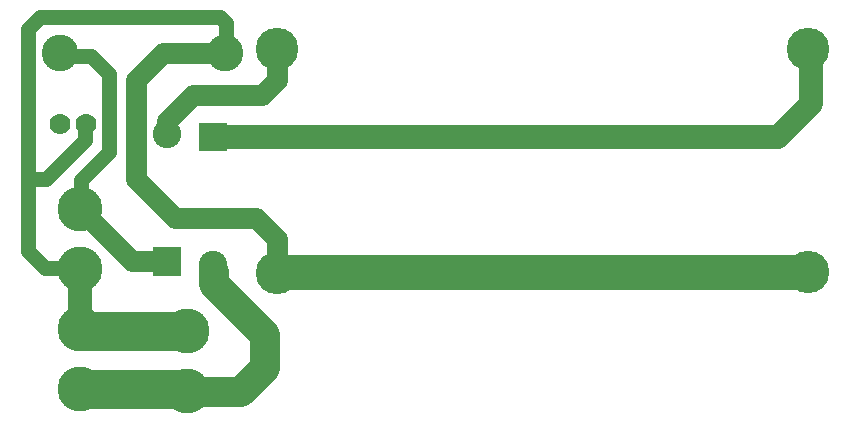
<source format=gbr>
G04 start of page 3 for group 5 idx 5 *
G04 Title: (unknown), bottom *
G04 Creator: pcb 20110918 *
G04 CreationDate: sön  3 jan 2016 17:39:44 UTC *
G04 For: mohsen *
G04 Format: Gerber/RS-274X *
G04 PCB-Dimensions: 600000 500000 *
G04 PCB-Coordinate-Origin: lower left *
%MOIN*%
%FSLAX25Y25*%
%LNBOTTOM*%
%ADD39C,0.0630*%
%ADD38C,0.0430*%
%ADD37C,0.0220*%
%ADD36C,0.0433*%
%ADD35C,0.0420*%
%ADD34C,0.1417*%
%ADD33C,0.1500*%
%ADD32C,0.0950*%
%ADD31C,0.1221*%
%ADD30C,0.0001*%
%ADD29C,0.0200*%
%ADD28C,0.1150*%
%ADD27C,0.0800*%
%ADD26C,0.1000*%
%ADD25C,0.0500*%
%ADD24C,0.0700*%
%ADD23C,0.1300*%
%ADD22C,0.0250*%
G54D22*X24260Y388063D02*Y387339D01*
G54D23*Y368063D02*X58331D01*
X60197Y387339D02*X24260D01*
G54D24*X53465Y410655D02*X41629D01*
G54D25*X24339Y408339D02*X12661D01*
X7000Y414000D01*
G54D22*X89969Y407212D02*Y406819D01*
X70947Y409617D02*X68779D01*
X60197Y368063D02*Y367339D01*
G54D26*X58331Y368063D02*X60197Y366197D01*
Y367197D02*X78197D01*
X86000Y375000D01*
Y386000D01*
X69000Y403000D01*
Y407000D01*
G54D22*X17804Y456409D02*X17661D01*
G54D25*X7000Y414000D02*Y488000D01*
Y438000D02*X13000D01*
G54D22*X24284Y428000D02*X24260Y428024D01*
G54D27*X24339Y387339D02*Y407339D01*
X25000Y408000D01*
G54D25*X13000Y438000D02*X26000Y451000D01*
Y455944D01*
X26465Y456409D01*
G54D28*X267134Y407212D02*X90362D01*
G54D22*X89969Y406819D01*
G54D27*X68779Y452117D02*X257117D01*
X268000Y463000D01*
Y480756D01*
G54D24*X267134Y481622D01*
G54D29*X72480Y480000D02*X72779Y480299D01*
G54D22*X90000Y481591D02*X89969Y481622D01*
G54D24*X62000Y466000D02*X85000D01*
X90000Y471000D01*
Y481591D01*
X89969Y406819D02*Y418031D01*
X83000Y425000D01*
G54D25*X28000Y479000D02*X18960D01*
X17661Y480299D01*
G54D22*X18000Y481000D02*X17661Y480661D01*
X18661Y481000D02*X17661Y480000D01*
X17960D02*X17661Y480299D01*
G54D25*X17804Y479196D02*X17000Y480000D01*
X7000Y488000D02*X11000Y492000D01*
X71000D01*
X73000Y490000D01*
Y481000D01*
G54D24*X41629Y410655D02*X24642Y427642D01*
G54D25*Y437642D01*
X34000Y447000D01*
Y473000D01*
X28000Y479000D01*
G54D24*X43000Y438000D02*Y471000D01*
X83000Y425000D02*X56000D01*
X43000Y438000D01*
X53465Y457465D02*X62000Y466000D01*
X43000Y471000D02*X52000Y480000D01*
G54D25*X53465Y457465D02*X53500Y457500D01*
G54D24*X52000Y480000D02*X72480D01*
X53465Y453155D02*Y457465D01*
G54D30*G36*
X64029Y456867D02*Y447367D01*
X73529D01*
Y456867D01*
X64029D01*
G37*
G54D31*X17661Y480299D03*
X72779D03*
G54D32*X53465Y453155D03*
G54D24*X17804Y456409D03*
X26465D03*
G54D32*X68779Y409617D03*
G54D33*X60197Y367339D03*
Y387339D03*
G54D30*G36*
X48715Y415405D02*Y405905D01*
X58215D01*
Y415405D01*
X48715D01*
G37*
G54D34*X89969Y406819D03*
X267134Y407212D03*
G54D33*X24260Y388063D03*
Y428024D03*
Y408024D03*
Y368063D03*
G54D34*X89969Y481622D03*
X267134D03*
G54D35*G54D36*G54D35*G54D37*G54D35*G54D38*G54D35*G54D39*G54D38*G54D39*M02*

</source>
